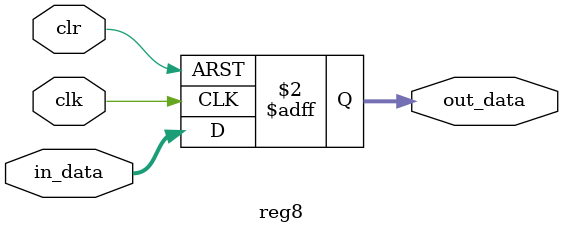
<source format=v>
module reg8(out_data,in_data,clk,clr);
input [7:0] in_data;
output [7:0] out_data;
input clk,clr;
reg [7:0] out_data;

always @(posedge clk or posedge clr) begin
    if (clr)
        out_data <= 0;
    else
        out_data <= in_data;
end

endmodule

</source>
